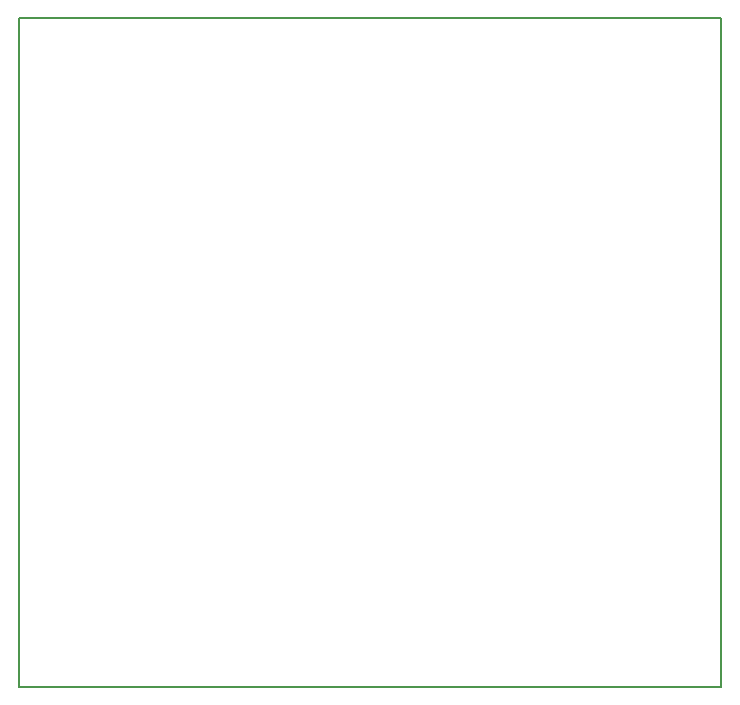
<source format=gm1>
%TF.GenerationSoftware,KiCad,Pcbnew,(6.0.7)*%
%TF.CreationDate,2023-02-07T21:03:53+01:00*%
%TF.ProjectId,002 ardu ino shield,30303220-6172-4647-9520-696e6f207368,rev?*%
%TF.SameCoordinates,Original*%
%TF.FileFunction,Profile,NP*%
%FSLAX46Y46*%
G04 Gerber Fmt 4.6, Leading zero omitted, Abs format (unit mm)*
G04 Created by KiCad (PCBNEW (6.0.7)) date 2023-02-07 21:03:53*
%MOMM*%
%LPD*%
G01*
G04 APERTURE LIST*
%TA.AperFunction,Profile*%
%ADD10C,0.150000*%
%TD*%
G04 APERTURE END LIST*
D10*
X110200000Y-101100000D02*
X169700000Y-101100000D01*
X110200000Y-101100000D02*
X110200000Y-44400000D01*
X169700000Y-101100000D02*
X169700000Y-44400000D01*
X110200000Y-44400000D02*
X169700000Y-44400000D01*
M02*

</source>
